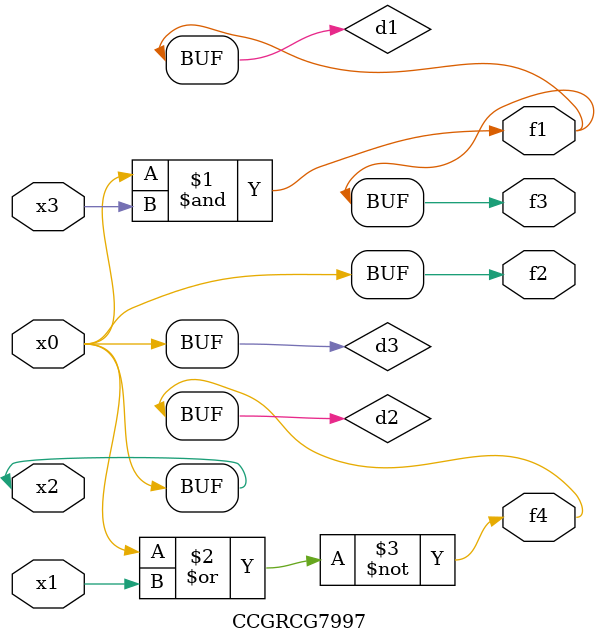
<source format=v>
module CCGRCG7997(
	input x0, x1, x2, x3,
	output f1, f2, f3, f4
);

	wire d1, d2, d3;

	and (d1, x2, x3);
	nor (d2, x0, x1);
	buf (d3, x0, x2);
	assign f1 = d1;
	assign f2 = d3;
	assign f3 = d1;
	assign f4 = d2;
endmodule

</source>
